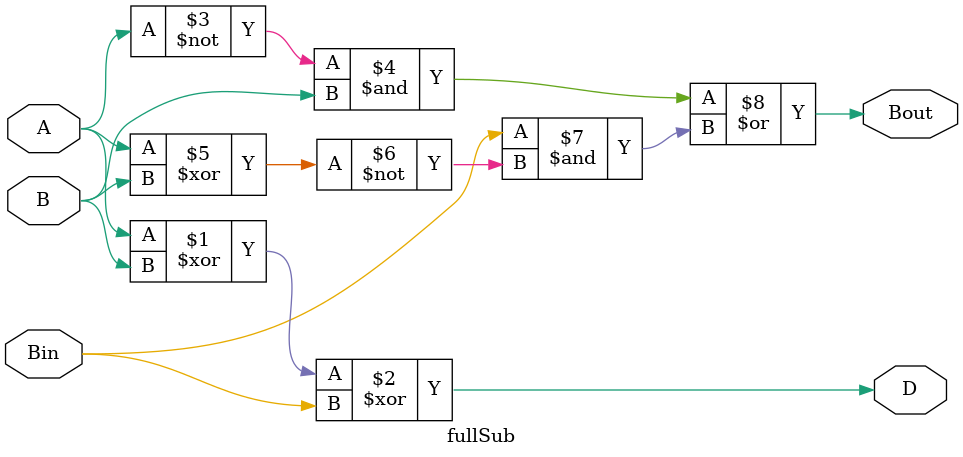
<source format=v>
`timescale 1ns / 1ps


module fullSub(
    input A,
    input B,
    input Bin,
    output D,
    output Bout
    );
    
    assign D = A^B^Bin;
    assign Bout = ~A & B | Bin & ~(A^B);
    
    
endmodule

</source>
